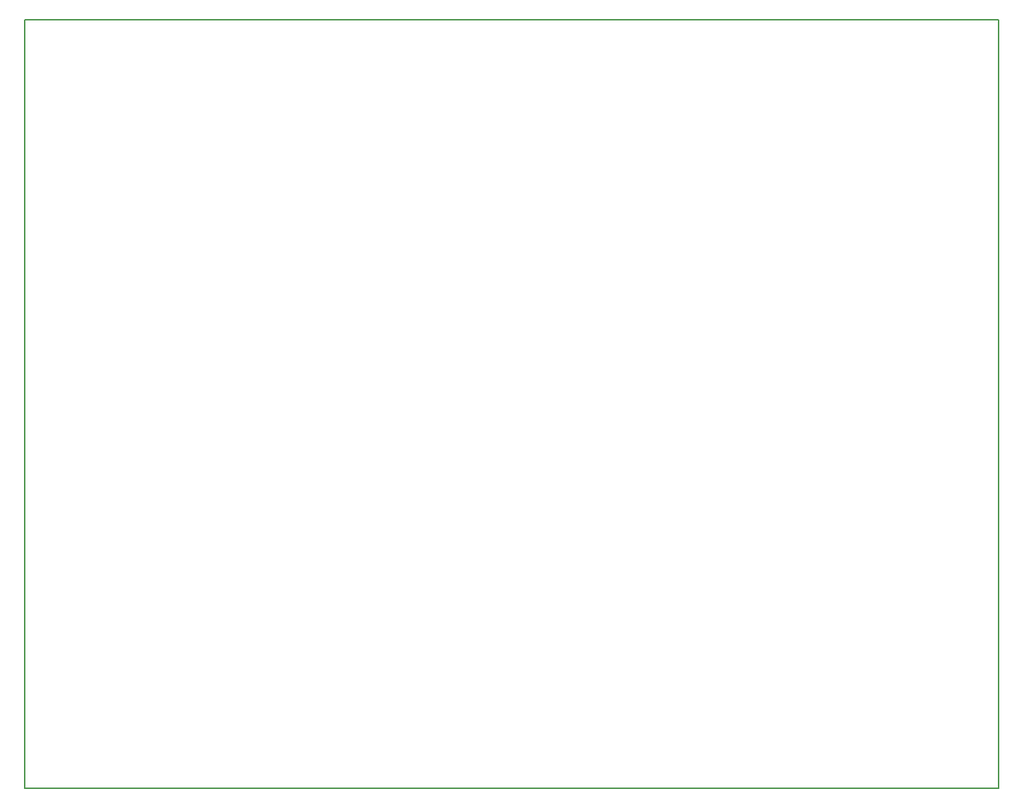
<source format=gbr>
G04 #@! TF.FileFunction,Profile,NP*
%FSLAX46Y46*%
G04 Gerber Fmt 4.6, Leading zero omitted, Abs format (unit mm)*
G04 Created by KiCad (PCBNEW 4.0.7) date 04/02/18 14:51:31*
%MOMM*%
%LPD*%
G01*
G04 APERTURE LIST*
%ADD10C,0.100000*%
%ADD11C,0.150000*%
G04 APERTURE END LIST*
D10*
D11*
X0Y0D02*
X0Y92202000D01*
X116840000Y0D02*
X0Y0D01*
X116840000Y92202000D02*
X116840000Y0D01*
X0Y92202000D02*
X116840000Y92202000D01*
M02*

</source>
